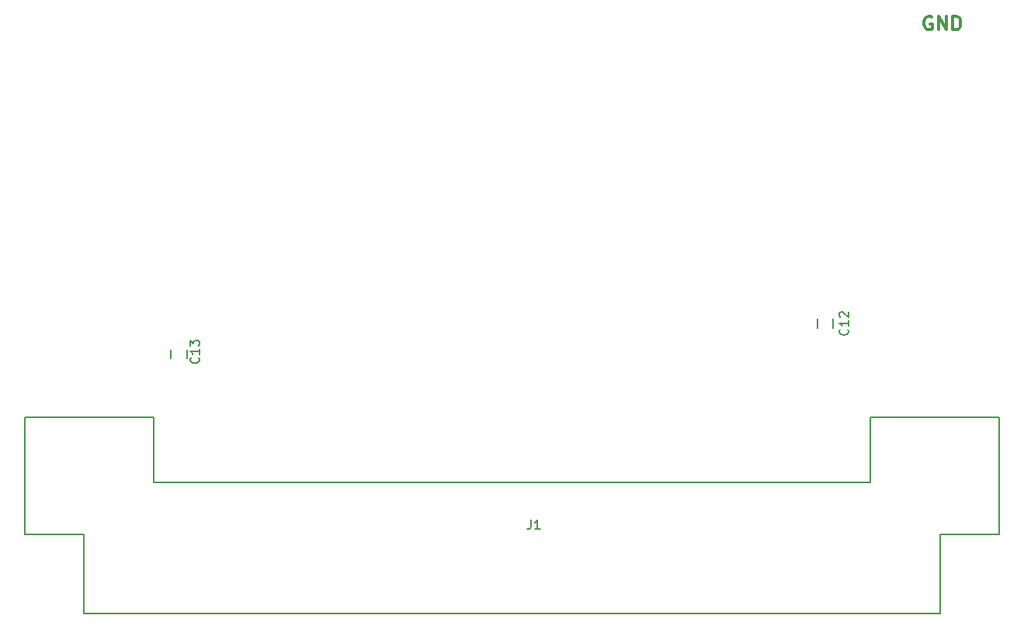
<source format=gbr>
G04 #@! TF.GenerationSoftware,KiCad,Pcbnew,5.0.2-bee76a0~70~ubuntu18.04.1*
G04 #@! TF.CreationDate,2019-04-15T15:13:08+02:00*
G04 #@! TF.ProjectId,ModulAdapter,4d6f6475-6c41-4646-9170-7465722e6b69,rev?*
G04 #@! TF.SameCoordinates,Original*
G04 #@! TF.FileFunction,Legend,Top*
G04 #@! TF.FilePolarity,Positive*
%FSLAX46Y46*%
G04 Gerber Fmt 4.6, Leading zero omitted, Abs format (unit mm)*
G04 Created by KiCad (PCBNEW 5.0.2-bee76a0~70~ubuntu18.04.1) date Mo 15 Apr 2019 15:13:08 CEST*
%MOMM*%
%LPD*%
G01*
G04 APERTURE LIST*
%ADD10C,0.300000*%
%ADD11C,0.150000*%
G04 APERTURE END LIST*
D10*
X145796142Y-65376000D02*
X145653285Y-65304571D01*
X145439000Y-65304571D01*
X145224714Y-65376000D01*
X145081857Y-65518857D01*
X145010428Y-65661714D01*
X144939000Y-65947428D01*
X144939000Y-66161714D01*
X145010428Y-66447428D01*
X145081857Y-66590285D01*
X145224714Y-66733142D01*
X145439000Y-66804571D01*
X145581857Y-66804571D01*
X145796142Y-66733142D01*
X145867571Y-66661714D01*
X145867571Y-66161714D01*
X145581857Y-66161714D01*
X146510428Y-66804571D02*
X146510428Y-65304571D01*
X147367571Y-66804571D01*
X147367571Y-65304571D01*
X148081857Y-66804571D02*
X148081857Y-65304571D01*
X148439000Y-65304571D01*
X148653285Y-65376000D01*
X148796142Y-65518857D01*
X148867571Y-65661714D01*
X148939000Y-65947428D01*
X148939000Y-66161714D01*
X148867571Y-66447428D01*
X148796142Y-66590285D01*
X148653285Y-66733142D01*
X148439000Y-66804571D01*
X148081857Y-66804571D01*
D11*
G04 #@! TO.C,J1*
X145500000Y-130500000D02*
X54500000Y-130500000D01*
X146700000Y-130500000D02*
X146700000Y-127700000D01*
X53300000Y-130500000D02*
X53300000Y-127300000D01*
X60900000Y-115500000D02*
X60900000Y-113300000D01*
X139100000Y-115400000D02*
X139100000Y-112500000D01*
X139100000Y-109100000D02*
X146200000Y-109100000D01*
X67300000Y-116200000D02*
X60900000Y-116200000D01*
X60900000Y-116200000D02*
X60900000Y-115500000D01*
X60900000Y-113300000D02*
X60900000Y-109100000D01*
X60900000Y-109100000D02*
X60700000Y-109100000D01*
X60700000Y-109100000D02*
X53300000Y-109100000D01*
X54500000Y-130500000D02*
X53300000Y-130500000D01*
X145500000Y-130500000D02*
X146700000Y-130500000D01*
X153100000Y-117000000D02*
X153100000Y-113100000D01*
X153100000Y-121900000D02*
X147800000Y-121900000D01*
X146700000Y-127700000D02*
X146700000Y-121900000D01*
X146700000Y-121900000D02*
X147900000Y-121900000D01*
X153100000Y-117000000D02*
X153100000Y-121900000D01*
X153100000Y-113100000D02*
X153100000Y-109300000D01*
X146100000Y-109100000D02*
X153100000Y-109100000D01*
X153100000Y-109100000D02*
X153100000Y-109400000D01*
X139100000Y-112600000D02*
X139100000Y-109100000D01*
X67200000Y-116200000D02*
X139100000Y-116200000D01*
X139100000Y-115400000D02*
X139100000Y-116200000D01*
X53200000Y-121900000D02*
X46900000Y-121900000D01*
X46900000Y-121900000D02*
X46900000Y-109100000D01*
X46900000Y-109100000D02*
X53400000Y-109100000D01*
X53300000Y-127300000D02*
X53300000Y-121900000D01*
X53300000Y-121900000D02*
X53100000Y-121900000D01*
G04 #@! TO.C,C12*
X135013000Y-99357000D02*
X135013000Y-98357000D01*
X133313000Y-98357000D02*
X133313000Y-99357000D01*
G04 #@! TO.C,C13*
X62828000Y-101700000D02*
X62828000Y-102700000D01*
X64528000Y-102700000D02*
X64528000Y-101700000D01*
G04 #@! TO.C,J1*
X102066666Y-120312380D02*
X102066666Y-121026666D01*
X102019047Y-121169523D01*
X101923809Y-121264761D01*
X101780952Y-121312380D01*
X101685714Y-121312380D01*
X103066666Y-121312380D02*
X102495238Y-121312380D01*
X102780952Y-121312380D02*
X102780952Y-120312380D01*
X102685714Y-120455238D01*
X102590476Y-120550476D01*
X102495238Y-120598095D01*
G04 #@! TO.C,C12*
X136607142Y-99499857D02*
X136654761Y-99547476D01*
X136702380Y-99690333D01*
X136702380Y-99785571D01*
X136654761Y-99928428D01*
X136559523Y-100023666D01*
X136464285Y-100071285D01*
X136273809Y-100118904D01*
X136130952Y-100118904D01*
X135940476Y-100071285D01*
X135845238Y-100023666D01*
X135750000Y-99928428D01*
X135702380Y-99785571D01*
X135702380Y-99690333D01*
X135750000Y-99547476D01*
X135797619Y-99499857D01*
X136702380Y-98547476D02*
X136702380Y-99118904D01*
X136702380Y-98833190D02*
X135702380Y-98833190D01*
X135845238Y-98928428D01*
X135940476Y-99023666D01*
X135988095Y-99118904D01*
X135797619Y-98166523D02*
X135750000Y-98118904D01*
X135702380Y-98023666D01*
X135702380Y-97785571D01*
X135750000Y-97690333D01*
X135797619Y-97642714D01*
X135892857Y-97595095D01*
X135988095Y-97595095D01*
X136130952Y-97642714D01*
X136702380Y-98214142D01*
X136702380Y-97595095D01*
G04 #@! TO.C,C13*
X65813142Y-102588857D02*
X65860761Y-102636476D01*
X65908380Y-102779333D01*
X65908380Y-102874571D01*
X65860761Y-103017428D01*
X65765523Y-103112666D01*
X65670285Y-103160285D01*
X65479809Y-103207904D01*
X65336952Y-103207904D01*
X65146476Y-103160285D01*
X65051238Y-103112666D01*
X64956000Y-103017428D01*
X64908380Y-102874571D01*
X64908380Y-102779333D01*
X64956000Y-102636476D01*
X65003619Y-102588857D01*
X65908380Y-101636476D02*
X65908380Y-102207904D01*
X65908380Y-101922190D02*
X64908380Y-101922190D01*
X65051238Y-102017428D01*
X65146476Y-102112666D01*
X65194095Y-102207904D01*
X64908380Y-101303142D02*
X64908380Y-100684095D01*
X65289333Y-101017428D01*
X65289333Y-100874571D01*
X65336952Y-100779333D01*
X65384571Y-100731714D01*
X65479809Y-100684095D01*
X65717904Y-100684095D01*
X65813142Y-100731714D01*
X65860761Y-100779333D01*
X65908380Y-100874571D01*
X65908380Y-101160285D01*
X65860761Y-101255523D01*
X65813142Y-101303142D01*
G04 #@! TD*
M02*

</source>
